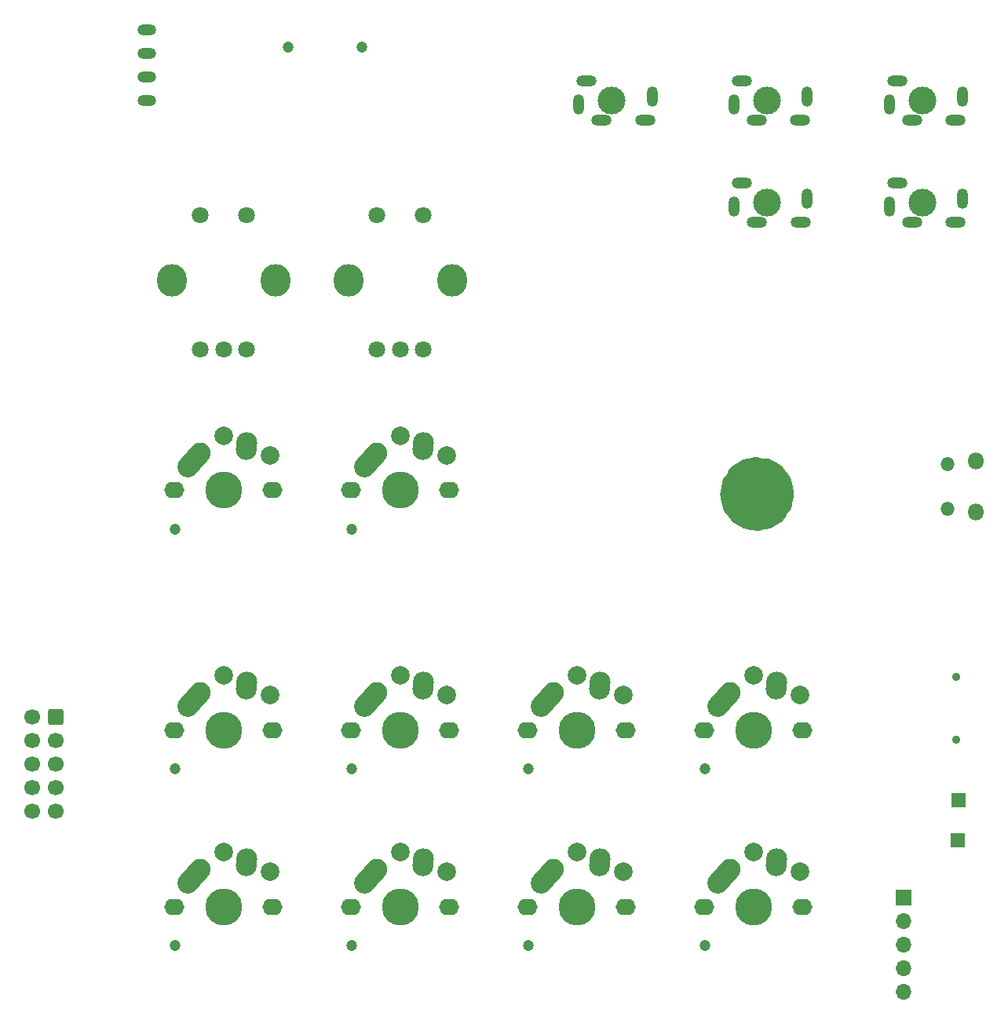
<source format=gbr>
%TF.GenerationSoftware,KiCad,Pcbnew,7.0.2*%
%TF.CreationDate,2023-07-23T02:14:46-06:00*%
%TF.ProjectId,dc31,64633331-2e6b-4696-9361-645f70636258,1.1*%
%TF.SameCoordinates,Original*%
%TF.FileFunction,Soldermask,Bot*%
%TF.FilePolarity,Negative*%
%FSLAX46Y46*%
G04 Gerber Fmt 4.6, Leading zero omitted, Abs format (unit mm)*
G04 Created by KiCad (PCBNEW 7.0.2) date 2023-07-23 02:14:46*
%MOMM*%
%LPD*%
G01*
G04 APERTURE LIST*
G04 Aperture macros list*
%AMRoundRect*
0 Rectangle with rounded corners*
0 $1 Rounding radius*
0 $2 $3 $4 $5 $6 $7 $8 $9 X,Y pos of 4 corners*
0 Add a 4 corners polygon primitive as box body*
4,1,4,$2,$3,$4,$5,$6,$7,$8,$9,$2,$3,0*
0 Add four circle primitives for the rounded corners*
1,1,$1+$1,$2,$3*
1,1,$1+$1,$4,$5*
1,1,$1+$1,$6,$7*
1,1,$1+$1,$8,$9*
0 Add four rect primitives between the rounded corners*
20,1,$1+$1,$2,$3,$4,$5,0*
20,1,$1+$1,$4,$5,$6,$7,0*
20,1,$1+$1,$6,$7,$8,$9,0*
20,1,$1+$1,$8,$9,$2,$3,0*%
%AMHorizOval*
0 Thick line with rounded ends*
0 $1 width*
0 $2 $3 position (X,Y) of the first rounded end (center of the circle)*
0 $4 $5 position (X,Y) of the second rounded end (center of the circle)*
0 Add line between two ends*
20,1,$1,$2,$3,$4,$5,0*
0 Add two circle primitives to create the rounded ends*
1,1,$1,$2,$3*
1,1,$1,$4,$5*%
G04 Aperture macros list end*
%ADD10C,3.991874*%
%ADD11C,3.000000*%
%ADD12O,1.200000X2.200000*%
%ADD13O,2.200000X1.200000*%
%ADD14C,2.000000*%
%ADD15C,2.250000*%
%ADD16HorizOval,2.250000X0.654995X0.730004X-0.654995X-0.730004X0*%
%ADD17HorizOval,2.250000X0.025506X0.374132X-0.025506X-0.374132X0*%
%ADD18O,2.150000X1.750000*%
%ADD19C,3.987800*%
%ADD20C,1.200000*%
%ADD21C,1.800000*%
%ADD22O,3.200000X3.500000*%
%ADD23R,1.700000X1.700000*%
%ADD24O,1.700000X1.700000*%
%ADD25O,1.800000X1.800000*%
%ADD26O,1.500000X1.500000*%
%ADD27C,0.900000*%
%ADD28O,2.000000X1.200000*%
%ADD29RoundRect,0.250000X0.600000X0.600000X-0.600000X0.600000X-0.600000X-0.600000X0.600000X-0.600000X0*%
%ADD30C,1.700000*%
%ADD31R,1.500000X1.500000*%
G04 APERTURE END LIST*
D10*
X183250337Y-93624400D02*
G75*
G03*
X183250337Y-93624400I-1995937J0D01*
G01*
D11*
%TO.C,J8*%
X165575895Y-51210000D03*
D12*
X162025895Y-51610000D03*
D13*
X162875895Y-49090000D03*
X169175895Y-53330000D03*
D12*
X169925895Y-50810000D03*
D13*
X164475895Y-53330000D03*
%TD*%
D11*
%TO.C,J6*%
X182330000Y-62220000D03*
D12*
X178780000Y-62620000D03*
D13*
X179630000Y-60100000D03*
X185930000Y-64340000D03*
D12*
X186680000Y-61820000D03*
D13*
X181230000Y-64340000D03*
%TD*%
D11*
%TO.C,J5*%
X182320000Y-51210000D03*
D12*
X178770000Y-51610000D03*
D13*
X179620000Y-49090000D03*
X185920000Y-53330000D03*
D12*
X186670000Y-50810000D03*
D13*
X181220000Y-53330000D03*
%TD*%
D11*
%TO.C,J4*%
X199064105Y-51210000D03*
D12*
X195514105Y-51610000D03*
D13*
X196364105Y-49090000D03*
X202664105Y-53330000D03*
D12*
X203414105Y-50810000D03*
D13*
X197964105Y-53330000D03*
%TD*%
D11*
%TO.C,J2*%
X199064105Y-62230000D03*
D12*
X195514105Y-62630000D03*
D13*
X196364105Y-60110000D03*
X202664105Y-64350000D03*
D12*
X203414105Y-61830000D03*
D13*
X197964105Y-64350000D03*
%TD*%
D14*
%TO.C,SW1*%
X123710000Y-113180000D03*
D15*
X121210000Y-115080000D03*
D16*
X120554995Y-115809996D03*
D14*
X128710000Y-115280000D03*
D17*
X126220000Y-114330000D03*
D18*
X128990000Y-119080000D03*
D19*
X123710000Y-119080000D03*
D20*
X118490000Y-123280000D03*
D18*
X118430000Y-119080000D03*
%TD*%
D21*
%TO.C,SW12*%
X145260000Y-63560000D03*
X140260000Y-63560000D03*
X142760000Y-78060000D03*
X145260000Y-78060000D03*
X140260000Y-78060000D03*
D22*
X148360000Y-70560000D03*
X137160000Y-70560000D03*
%TD*%
D23*
%TO.C,J3*%
X197070000Y-137139600D03*
D24*
X197070000Y-139679600D03*
X197070000Y-142219600D03*
X197070000Y-144759600D03*
X197070000Y-147299600D03*
%TD*%
D25*
%TO.C,U1*%
X204870000Y-95535000D03*
D26*
X201840000Y-95235000D03*
X201840000Y-90385000D03*
D25*
X204870000Y-90085000D03*
%TD*%
D14*
%TO.C,SW8*%
X180860000Y-132230000D03*
D15*
X178360000Y-134130000D03*
D16*
X177704995Y-134859996D03*
D14*
X185860000Y-134330000D03*
D17*
X183370000Y-133380000D03*
D18*
X186140000Y-138130000D03*
D19*
X180860000Y-138130000D03*
D20*
X175640000Y-142330000D03*
D18*
X175580000Y-138130000D03*
%TD*%
D14*
%TO.C,SW7*%
X161810000Y-132230000D03*
D15*
X159310000Y-134130000D03*
D16*
X158654995Y-134859996D03*
D14*
X166810000Y-134330000D03*
D17*
X164320000Y-133380000D03*
D18*
X167090000Y-138130000D03*
D19*
X161810000Y-138130000D03*
D20*
X156590000Y-142330000D03*
D18*
X156530000Y-138130000D03*
%TD*%
D14*
%TO.C,SW3*%
X161810000Y-113180000D03*
D15*
X159310000Y-115080000D03*
D16*
X158654995Y-115809996D03*
D14*
X166810000Y-115280000D03*
D17*
X164320000Y-114330000D03*
D18*
X167090000Y-119080000D03*
D19*
X161810000Y-119080000D03*
D20*
X156590000Y-123280000D03*
D18*
X156530000Y-119080000D03*
%TD*%
D14*
%TO.C,SW2*%
X142760000Y-113180000D03*
D15*
X140260000Y-115080000D03*
D16*
X139604995Y-115809996D03*
D14*
X147760000Y-115280000D03*
D17*
X145270000Y-114330000D03*
D18*
X148040000Y-119080000D03*
D19*
X142760000Y-119080000D03*
D20*
X137540000Y-123280000D03*
D18*
X137480000Y-119080000D03*
%TD*%
D14*
%TO.C,SW5*%
X123710000Y-132230000D03*
D15*
X121210000Y-134130000D03*
D16*
X120554995Y-134859996D03*
D14*
X128710000Y-134330000D03*
D17*
X126220000Y-133380000D03*
D18*
X128990000Y-138130000D03*
D19*
X123710000Y-138130000D03*
D20*
X118490000Y-142330000D03*
D18*
X118430000Y-138130000D03*
%TD*%
D14*
%TO.C,SW9*%
X123710000Y-87340000D03*
D15*
X121210000Y-89240000D03*
D16*
X120554995Y-89969996D03*
D14*
X128710000Y-89440000D03*
D17*
X126220000Y-88490000D03*
D18*
X128990000Y-93240000D03*
D19*
X123710000Y-93240000D03*
D20*
X118490000Y-97440000D03*
D18*
X118430000Y-93240000D03*
%TD*%
D27*
%TO.C,SW14*%
X202735000Y-113370000D03*
X202735000Y-120170000D03*
%TD*%
D21*
%TO.C,SW11*%
X126210000Y-63560000D03*
X121210000Y-63560000D03*
X123710000Y-78060000D03*
X126210000Y-78060000D03*
X121210000Y-78060000D03*
D22*
X129310000Y-70560000D03*
X118110000Y-70560000D03*
%TD*%
D14*
%TO.C,SW4*%
X180860000Y-113180000D03*
D15*
X178360000Y-115080000D03*
D16*
X177704995Y-115809996D03*
D14*
X185860000Y-115280000D03*
D17*
X183370000Y-114330000D03*
D18*
X186140000Y-119080000D03*
D19*
X180860000Y-119080000D03*
D20*
X175640000Y-123280000D03*
D18*
X175580000Y-119080000D03*
%TD*%
D20*
%TO.C,J9*%
X130690000Y-45420000D03*
X138670000Y-45420000D03*
%TD*%
D28*
%TO.C,J1*%
X115480000Y-51190000D03*
X115480000Y-48650000D03*
X115480000Y-46110000D03*
X115480000Y-43570000D03*
%TD*%
D14*
%TO.C,SW6*%
X142760000Y-132230000D03*
D15*
X140260000Y-134130000D03*
D16*
X139604995Y-134859996D03*
D14*
X147760000Y-134330000D03*
D17*
X145270000Y-133380000D03*
D18*
X148040000Y-138130000D03*
D19*
X142760000Y-138130000D03*
D20*
X137540000Y-142330000D03*
D18*
X137480000Y-138130000D03*
%TD*%
D14*
%TO.C,SW10*%
X142760000Y-87340000D03*
D15*
X140260000Y-89240000D03*
D16*
X139604995Y-89969996D03*
D14*
X147760000Y-89440000D03*
D17*
X145270000Y-88490000D03*
D18*
X148040000Y-93240000D03*
D19*
X142760000Y-93240000D03*
D20*
X137540000Y-97440000D03*
D18*
X137480000Y-93240000D03*
%TD*%
D29*
%TO.C,J7*%
X105587800Y-117703600D03*
D30*
X103047800Y-117703600D03*
X105587800Y-120243600D03*
X103047800Y-120243600D03*
X105587800Y-122783600D03*
X103047800Y-122783600D03*
X105587800Y-125323600D03*
X103047800Y-125323600D03*
X105587800Y-127863600D03*
X103047800Y-127863600D03*
%TD*%
D31*
%TO.C,TP2*%
X202950000Y-126680000D03*
%TD*%
%TO.C,TP3*%
X202890000Y-130970000D03*
%TD*%
M02*

</source>
